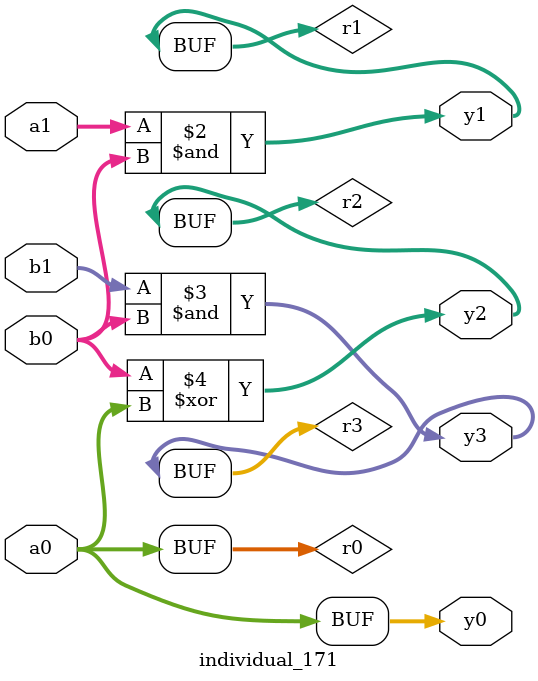
<source format=sv>
module individual_171(input logic [15:0] a1, input logic [15:0] a0, input logic [15:0] b1, input logic [15:0] b0, output logic [15:0] y3, output logic [15:0] y2, output logic [15:0] y1, output logic [15:0] y0);
logic [15:0] r0, r1, r2, r3; 
 always@(*) begin 
	 r0 = a0; r1 = a1; r2 = b0; r3 = b1; 
 	 r1  &=  r2 ;
 	 r3  &=  b0 ;
 	 r2  ^=  a0 ;
 	 y3 = r3; y2 = r2; y1 = r1; y0 = r0; 
end
endmodule
</source>
